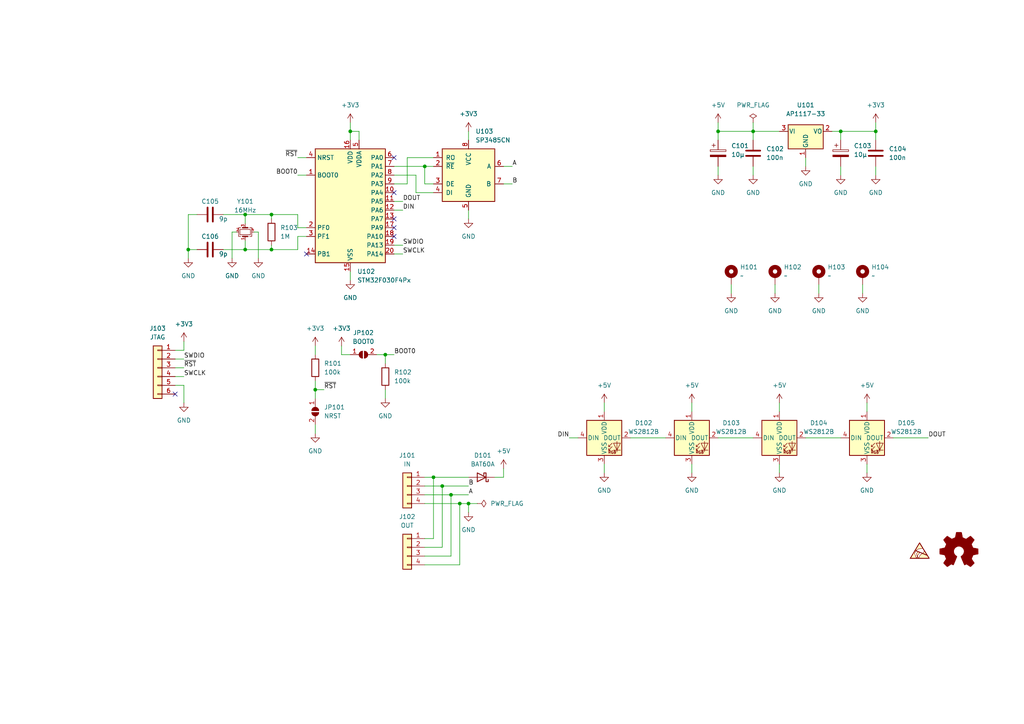
<source format=kicad_sch>
(kicad_sch (version 20211123) (generator eeschema)
  (paper "A4")
  (title_block (title "LEDcube") (date "2022-05-22") (rev "v0.1") (company "Benedikt Spranger") (comment 1 "SPDX-License-Identifier: CERN-OHL-S-2.0") (comment 2 "https://ohwr.org/cern_ohl_s_v2.txt") (comment 3 "To view a copy of this license, visit") (comment 4 "This work is licensed under the CERN-OHL-S v2"))
  (lib_symbols
    (symbol "Connector_Generic:Conn_01x04" (pin_names (offset 1.016) hide)
      (property "Reference" "J" (at 0 5.08 0))
      (property "Value" "Conn_01x04" (at 0 -7.62 0))
      (symbol "Conn_01x04_1_1"
        (rectangle (start -1.27 -4.953) (end 0 -5.207) (stroke (width 0.1524)))
        (rectangle (start -1.27 -2.413) (end 0 -2.667) (stroke (width 0.1524)))
        (rectangle (start -1.27 0.127) (end 0 -0.127) (stroke (width 0.1524)))
        (rectangle (start -1.27 2.667) (end 0 2.413) (stroke (width 0.1524)))
        (rectangle (start -1.27 3.81) (end 1.27 -6.35) (stroke (width 0.254)) (fill (type background)))
        (pin passive line (at -5.08 2.54 0) (length 3.81) (name "Pin_1") (number "1"))
        (pin passive line (at -5.08 0 0) (length 3.81) (name "Pin_2") (number "2"))
        (pin passive line (at -5.08 -2.54 0) (length 3.81) (name "Pin_3") (number "3"))
        (pin passive line (at -5.08 -5.08 0) (length 3.81) (name "Pin_4") (number "4"))
      )
    )
    (symbol "Connector_Generic:Conn_01x06" (pin_names (offset 1.016) hide)
      (property "Reference" "J" (at 0 7.62 0))
      (property "Value" "Conn_01x06" (at 0 -10.16 0))
      (symbol "Conn_01x06_1_1"
        (rectangle (start -1.27 -7.493) (end 0 -7.747) (stroke (width 0.1524)))
        (rectangle (start -1.27 -4.953) (end 0 -5.207) (stroke (width 0.1524)))
        (rectangle (start -1.27 -2.413) (end 0 -2.667) (stroke (width 0.1524)))
        (rectangle (start -1.27 0.127) (end 0 -0.127) (stroke (width 0.1524)))
        (rectangle (start -1.27 2.667) (end 0 2.413) (stroke (width 0.1524)))
        (rectangle (start -1.27 5.207) (end 0 4.953) (stroke (width 0.1524)))
        (rectangle (start -1.27 6.35) (end 1.27 -8.89) (stroke (width 0.254)) (fill (type background)))
        (pin passive line (at -5.08 5.08 0) (length 3.81) (name "Pin_1") (number "1"))
        (pin passive line (at -5.08 2.54 0) (length 3.81) (name "Pin_2") (number "2"))
        (pin passive line (at -5.08 0 0) (length 3.81) (name "Pin_3") (number "3"))
        (pin passive line (at -5.08 -2.54 0) (length 3.81) (name "Pin_4") (number "4"))
        (pin passive line (at -5.08 -5.08 0) (length 3.81) (name "Pin_5") (number "5"))
        (pin passive line (at -5.08 -7.62 0) (length 3.81) (name "Pin_6") (number "6"))
      )
    )
    (symbol "Device:C" (pin_numbers hide) (pin_names (offset 0.254))
      (property "Reference" "C" (at 0.635 2.54 0))
      (property "Value" "C" (at 0.635 -2.54 0))
      (symbol "C_0_1"
        (polyline (pts (xy -2.032 -0.762) (xy 2.032 -0.762)) (stroke (width 0.508)))
        (polyline (pts (xy -2.032 0.762) (xy 2.032 0.762)) (stroke (width 0.508)))
      )
      (symbol "C_1_1"
        (pin passive line (at 0 3.81 270) (length 2.794) (name "~") (number "1"))
        (pin passive line (at 0 -3.81 90) (length 2.794) (name "~") (number "2"))
      )
    )
    (symbol "Device:C_Polarized" (pin_numbers hide) (pin_names (offset 0.254))
      (property "Reference" "C" (at 0.635 2.54 0))
      (property "Value" "C_Polarized" (at 0.635 -2.54 0))
      (symbol "C_Polarized_0_1"
        (rectangle (start -2.286 0.508) (end 2.286 1.016))
        (polyline (pts (xy -1.778 2.286) (xy -0.762 2.286)))
        (polyline (pts (xy -1.27 2.794) (xy -1.27 1.778)))
        (rectangle (start 2.286 -0.508) (end -2.286 -1.016) (fill (type outline)))
      )
      (symbol "C_Polarized_1_1"
        (pin passive line (at 0 3.81 270) (length 2.794) (name "~") (number "1"))
        (pin passive line (at 0 -3.81 90) (length 2.794) (name "~") (number "2"))
      )
    )
    (symbol "Device:Crystal_GND24_Small" (pin_names (offset 1.016) hide)
      (property "Reference" "Y" (at 1.27 4.445 0))
      (property "Value" "Crystal_GND24_Small" (at 1.27 2.54 0))
      (symbol "Crystal_GND24_Small_0_1"
        (rectangle (start -0.762 -1.524) (end 0.762 1.524))
        (polyline (pts (xy -1.27 -0.762) (xy -1.27 0.762)) (stroke (width 0.381)))
        (polyline (pts (xy 1.27 -0.762) (xy 1.27 0.762)) (stroke (width 0.381)))
        (polyline (pts (xy -1.27 -1.27) (xy -1.27 -1.905) (xy 1.27 -1.905) (xy 1.27 -1.27)))
        (polyline (pts (xy -1.27 1.27) (xy -1.27 1.905) (xy 1.27 1.905) (xy 1.27 1.27)))
      )
      (symbol "Crystal_GND24_Small_1_1"
        (pin passive line (at -2.54 0 0) (length 1.27) (name "1") (number "1"))
        (pin passive line (at 0 -2.54 90) (length 0.635) (name "2") (number "2"))
        (pin passive line (at 2.54 0 180) (length 1.27) (name "3") (number "3"))
        (pin passive line (at 0 2.54 270) (length 0.635) (name "4") (number "4"))
      )
    )
    (symbol "Device:R" (pin_numbers hide) (pin_names (offset 0))
      (property "Reference" "R" (at 2.032 0 90))
      (property "Value" "R" (at 0 0 90))
      (symbol "R_0_1"
        (rectangle (start -1.016 -2.54) (end 1.016 2.54) (stroke (width 0.254)))
      )
      (symbol "R_1_1"
        (pin passive line (at 0 3.81 270) (length 1.27) (name "~") (number "1"))
        (pin passive line (at 0 -3.81 90) (length 1.27) (name "~") (number "2"))
      )
    )
    (symbol "Diode:BAT60A" (pin_numbers hide) (pin_names (offset 1.016) hide)
      (property "Reference" "D" (at 0 2.54 0))
      (property "Value" "BAT60A" (at 0 -2.54 0))
      (symbol "BAT60A_0_1"
        (polyline (pts (xy 1.27 0) (xy -1.27 0)))
        (polyline (pts (xy 1.27 1.27) (xy 1.27 -1.27) (xy -1.27 0) (xy 1.27 1.27)) (stroke (width 0.254)))
        (polyline (pts (xy -1.905 0.635) (xy -1.905 1.27) (xy -1.27 1.27) (xy -1.27 -1.27) (xy -0.635 -1.27) (xy -0.635 -0.635)) (stroke (width 0.254)))
      )
      (symbol "BAT60A_1_1"
        (pin passive line (at -3.81 0 0) (length 2.54) (name "K") (number "1"))
        (pin passive line (at 3.81 0 180) (length 2.54) (name "A") (number "2"))
      )
    )
    (symbol "Graphic:Logo_Open_Hardware_Small" (pin_names (offset 1.016))
      (symbol "Logo_Open_Hardware_Small_0_1"
        (polyline (pts (xy 3.3528 -4.3434) (xy 3.302 -4.318) (xy 3.175 -4.2418) (xy 2.9972 -4.1148) (xy 2.7686 -3.9624) (xy 2.54 -3.81) (xy 2.3622 -3.7084) (xy 2.2352 -3.6068) (xy 2.1844 -3.5814) (xy 2.159 -3.6068) (xy 2.0574 -3.6576) (xy 1.905 -3.7338) (xy 1.8034 -3.7846) (xy 1.6764 -3.8354) (xy 1.6002 -3.8354) (xy 1.6002 -3.8354) (xy 1.5494 -3.7338) (xy 1.4732 -3.5306) (xy 1.3462 -3.302) (xy 1.2446 -3.0226) (xy 1.1176 -2.7178) (xy 0.9652 -2.413) (xy 0.8636 -2.1082) (xy 0.7366 -1.8288) (xy 0.6604 -1.6256) (xy 0.6096 -1.4732) (xy 0.5842 -1.397) (xy 0.5842 -1.397) (xy 0.6604 -1.3208) (xy 0.7874 -1.2446) (xy 1.0414 -1.016) (xy 1.2954 -0.6858) (xy 1.4478 -0.3302) (xy 1.524 0.0762) (xy 1.4732 0.4572) (xy 1.3208 0.8128) (xy 1.0668 1.143) (xy 0.762 1.3716) (xy 0.4064 1.524) (xy 0 1.5748) (xy -0.381 1.5494) (xy -0.7366 1.397) (xy -1.0668 1.143) (xy -1.2192 0.9906) (xy -1.397 0.6604) (xy -1.524 0.3048) (xy -1.524 0.2286) (xy -1.4986 -0.1778) (xy -1.397 -0.5334) (xy -1.1938 -0.8636) (xy -0.9144 -1.143) (xy -0.8636 -1.1684) (xy -0.7366 -1.27) (xy -0.635 -1.3462) (xy -0.5842 -1.397) (xy -1.0668 -2.5908) (xy -1.143 -2.794) (xy -1.2954 -3.1242) (xy -1.397 -3.4036) (xy -1.4986 -3.6322) (xy -1.5748 -3.7846) (xy -1.6002 -3.8354) (xy -1.6002 -3.8354) (xy -1.651 -3.8354) (xy -1.7272 -3.81) (xy -1.905 -3.7338) (xy -2.0066 -3.683) (xy -2.1336 -3.6068) (xy -2.2098 -3.5814) (xy -2.2606 -3.6068) (xy -2.3622 -3.683) (xy -2.54 -3.81) (xy -2.7686 -3.9624) (xy -2.9718 -4.0894) (xy -3.1496 -4.2164) (xy -3.302 -4.318) (xy -3.3528 -4.3434) (xy -3.3782 -4.3434) (xy -3.429 -4.318) (xy -3.5306 -4.2164) (xy -3.7084 -4.064) (xy -3.937 -3.8354) (xy -3.9624 -3.81) (xy -4.1656 -3.6068) (xy -4.318 -3.4544) (xy -4.4196 -3.3274) (xy -4.445 -3.2766) (xy -4.445 -3.2766) (xy -4.4196 -3.2258) (xy -4.318 -3.0734) (xy -4.2164 -2.8956) (xy -4.064 -2.667) (xy -3.6576 -2.0828) (xy -3.8862 -1.5494) (xy -3.937 -1.3716) (xy -4.0386 -1.1684) (xy -4.0894 -1.0414) (xy -4.1148 -0.9652) (xy -4.191 -0.9398) (xy -4.318 -0.9144) (xy -4.5466 -0.8636) (xy -4.8006 -0.8128) (xy -5.0546 -0.7874) (xy -5.2578 -0.7366) (xy -5.4356 -0.7112) (xy -5.5118 -0.6858) (xy -5.5118 -0.6858) (xy -5.5372 -0.635) (xy -5.5372 -0.5588) (xy -5.5372 -0.4318) (xy -5.5626 -0.2286) (xy -5.5626 0.0762) (xy -5.5626 0.127) (xy -5.5372 0.4064) (xy -5.5372 0.635) (xy -5.5372 0.762) (xy -5.5372 0.8382) (xy -5.5372 0.8382) (xy -5.461 0.8382) (xy -5.3086 0.889) (xy -5.08 0.9144) (xy -4.826 0.9652) (xy -4.8006 0.9906) (xy -4.5466 1.0414) (xy -4.318 1.0668) (xy -4.1656 1.1176) (xy -4.0894 1.143) (xy -4.0894 1.143) (xy -4.0386 1.2446) (xy -3.9624 1.4224) (xy -3.8608 1.6256) (xy -3.7846 1.8288) (xy -3.7084 2.0066) (xy -3.6576 2.159) (xy -3.6322 2.2098) (xy -3.6322 2.2098) (xy -3.683 2.286) (xy -3.7592 2.413) (xy -3.8862 2.5908) (xy -4.064 2.8194) (xy -4.064 2.8448) (xy -4.2164 3.0734) (xy -4.3434 3.2512) (xy -4.4196 3.3782) (xy -4.445 3.4544) (xy -4.445 3.4544) (xy -4.3942 3.5052) (xy -4.2926 3.6322) (xy -4.1148 3.81) (xy -3.937 4.0132) (xy -3.8608 4.064) (xy -3.6576 4.2926) (xy -3.5052 4.4196) (xy -3.4036 4.4958) (xy -3.3528 4.5212) (xy -3.3528 4.5212) (xy -3.302 4.4704) (xy -3.1496 4.3688) (xy -2.9718 4.2418) (xy -2.7432 4.0894) (xy -2.7178 4.0894) (xy -2.4892 3.937) (xy -2.3114 3.81) (xy -2.1844 3.7084) (xy -2.1336 3.683) (xy -2.1082 3.683) (xy -2.032 3.7084) (xy -1.8542 3.7592) (xy -1.6764 3.8354) (xy -1.4732 3.937) (xy -1.27 4.0132) (xy -1.143 4.064) (xy -1.0668 4.1148) (xy -1.0668 4.1148) (xy -1.0414 4.191) (xy -1.016 4.3434) (xy -0.9652 4.572) (xy -0.9144 4.8514) (xy -0.889 4.9022) (xy -0.8382 5.1562) (xy -0.8128 5.3848) (xy -0.7874 5.5372) (xy -0.762 5.588) (xy -0.7112 5.6134) (xy -0.5842 5.6134) (xy -0.4064 5.6134) (xy -0.1524 5.6134) (xy 0.0762 5.6134) (xy 0.3302 5.6134) (xy 0.5334 5.6134) (xy 0.6858 5.588) (xy 0.7366 5.588) (xy 0.7366 5.588) (xy 0.762 5.5118) (xy 0.8128 5.334) (xy 0.8382 5.1054) (xy 0.9144 4.826) (xy 0.9144 4.7752) (xy 0.9652 4.5212) (xy 1.016 4.2926) (xy 1.0414 4.1402) (xy 1.0668 4.0894) (xy 1.0668 4.0894) (xy 1.1938 4.0386) (xy 1.3716 3.9624) (xy 1.5748 3.8608) (xy 2.0828 3.6576) (xy 2.7178 4.0894) (xy 2.7686 4.1402) (xy 2.9972 4.2926) (xy 3.175 4.4196) (xy 3.302 4.4958) (xy 3.3782 4.5212) (xy 3.3782 4.5212) (xy 3.429 4.4704) (xy 3.556 4.3434) (xy 3.7338 4.191) (xy 3.9116 3.9878) (xy 4.064 3.8354) (xy 4.2418 3.6576) (xy 4.3434 3.556) (xy 4.4196 3.4798) (xy 4.4196 3.429) (xy 4.4196 3.4036) (xy 4.3942 3.3274) (xy 4.2926 3.2004) (xy 4.1656 2.9972) (xy 4.0132 2.794) (xy 3.8862 2.5908) (xy 3.7592 2.3876) (xy 3.6576 2.2352) (xy 3.6322 2.159) (xy 3.6322 2.1336) (xy 3.683 2.0066) (xy 3.7592 1.8288) (xy 3.8608 1.6002) (xy 4.064 1.1176) (xy 4.3942 1.0414) (xy 4.5974 1.016) (xy 4.8768 0.9652) (xy 5.1308 0.9144) (xy 5.5372 0.8382) (xy 5.5626 -0.6604) (xy 5.4864 -0.6858) (xy 5.4356 -0.6858) (xy 5.2832 -0.7366) (xy 5.0546 -0.762) (xy 4.8006 -0.8128) (xy 4.5974 -0.8636) (xy 4.3688 -0.9144) (xy 4.2164 -0.9398) (xy 4.1402 -0.9398) (xy 4.1148 -0.9652) (xy 4.064 -1.0668) (xy 3.9878 -1.2446) (xy 3.9116 -1.4478) (xy 3.81 -1.651) (xy 3.7338 -1.8542) (xy 3.683 -2.0066) (xy 3.6576 -2.0828) (xy 3.683 -2.1336) (xy 3.7846 -2.2606) (xy 3.8862 -2.4638) (xy 4.0386 -2.667) (xy 4.191 -2.8956) (xy 4.318 -3.0734) (xy 4.3942 -3.2004) (xy 4.445 -3.2766) (xy 4.4196 -3.3274) (xy 4.3434 -3.429) (xy 4.1656 -3.5814) (xy 3.937 -3.8354) (xy 3.8862 -3.8608) (xy 3.683 -4.064) (xy 3.5306 -4.2164) (xy 3.4036 -4.318) (xy 3.3528 -4.3434)) (fill (type outline)))
      )
    )
    (symbol "Graphic:SYM_ESD_Small" (pin_names (offset 1.016))
      (symbol "SYM_ESD_Small_0_0"
        (polyline (pts (xy -1.27 0.381) (xy 2.159 -1.016)) (stroke (width 0.254)))
        (polyline (pts (xy -2.667 -1.905) (xy 2.794 -1.905) (xy 0 2.54) (xy -2.667 -1.905)) (stroke (width 0.254)))
        (polyline (pts (xy 2.7432 -1.905) (xy 2.7178 -1.8796) (xy 2.6162 -1.6764) (xy 2.5654 -1.6002) (xy 2.4892 -1.4986) (xy 2.4384 -1.3716) (xy 1.7526 -0.2286) (xy 1.7018 -0.127) (xy 1.6256 -0.0508) (xy 1.6002 0.0508) (xy 1.5494 0.1016) (xy 1.4986 0.2032) (xy 1.4732 0.2286) (xy 1.4732 0.2032) (xy 1.4478 0.2032) (xy 1.3208 0.0762) (xy 1.2954 0.0254) (xy 1.2954 -0.0254) (xy 1.27 -0.0762) (xy 1.2446 -0.1524) (xy 1.143 -0.254) (xy 1.0922 -0.3302) (xy 1.0414 -0.3556) (xy 0.9144 -0.4826) (xy 0.762 -0.5842) (xy 0.6604 -0.6604) (xy 0.508 -0.762) (xy 0.4572 -0.8128) (xy 0.3556 -0.8636) (xy 0.3048 -0.9144) (xy 0.2286 -0.9652) (xy 0.0762 -1.1938) (xy 0.0254 -1.2954) (xy -0.0254 -1.4224) (xy -0.0508 -1.4986) (xy -0.1016 -1.5748) (xy -0.127 -1.651) (xy -0.1778 -1.6764) (xy -0.2032 -1.7272) (xy -0.254 -1.7526) (xy -0.4064 -1.7526) (xy -0.4064 -1.7272) (xy -0.4572 -1.7018) (xy -0.4826 -1.6256) (xy -0.508 -1.524) (xy -0.508 -1.0922) (xy -0.4572 -0.889) (xy -0.4064 -0.8128) (xy -0.254 -0.6604) (xy -0.2032 -0.5842) (xy -0.127 -0.5334) (xy -0.1016 -0.4826) (xy -0.0762 -0.4064) (xy -0.0508 -0.3556) (xy -0.0254 -0.3302) (xy -0.0254 -0.2794) (xy 0 -0.2286) (xy -0.0762 -0.1524) (xy -0.127 -0.127) (xy -0.1524 -0.0762) (xy -0.2032 -0.0508) (xy -0.2286 -0.0254) (xy -0.254 -0.0254) (xy -0.3048 -0.0762) (xy -0.3556 -0.1016) (xy -0.4318 -0.127) (xy -0.4826 -0.1524) (xy -0.5588 -0.2286) (xy -0.6096 -0.254) (xy -0.8382 -0.4826) (xy -0.8128 -0.5588) (xy -0.7874 -0.5842) (xy -0.7874 -0.8636) (xy -0.8128 -0.889) (xy -0.8128 -0.9652) (xy -0.762 -1.016) (xy -0.762 -1.0414) (xy -0.6604 -1.2954) (xy -0.6604 -1.5748) (xy -0.6858 -1.6002) (xy -0.6858 -1.6256) (xy -0.7366 -1.7018) (xy -0.8382 -1.7526) (xy -0.9144 -1.7526) (xy -0.9398 -1.7272) (xy -0.9652 -1.6764) (xy -1.016 -1.6002) (xy -1.0414 -1.524) (xy -1.143 -1.27) (xy -1.2192 -1.0414) (xy -1.27 -0.9652) (xy -1.2954 -0.889) (xy -1.3208 -0.8382) (xy -1.3208 -0.8128) (xy -1.3716 -0.7112) (xy -1.397 -0.5842) (xy -1.397 -0.4826) (xy -1.3716 -0.381) (xy -1.3208 -0.254) (xy -1.2954 -0.2032) (xy -1.1938 -0.0508) (xy -1.0414 0.1524) (xy -0.9906 0.2032) (xy -0.9652 0.254) (xy -0.9144 0.3302) (xy -0.889 0.381) (xy -0.8636 0.381) (xy -0.8128 0.508) (xy -0.6096 0.7112) (xy -0.5334 0.7366) (xy -0.508 0.762) (xy -0.4318 0.762) (xy -0.3556 0.7874) (xy -0.2286 0.8128) (xy -0.1016 0.8128) (xy 0.0508 0.8382) (xy 0.2032 0.8382) (xy 0.3048 0.8636) (xy 0.4826 0.8636) (xy 0.5334 0.889) (xy 0.5842 0.889) (xy 0.6858 0.9398) (xy 0.7112 0.9652) (xy 0.762 0.9906) (xy 0.8128 1.0414) (xy 0.8636 1.0668) (xy 0.889 1.1176) (xy 0.9144 1.143) (xy 0.9144 1.1938) (xy 0.889 1.2192) (xy 0.8636 1.27) (xy 0.8128 1.3462) (xy 0.7112 1.5494) (xy 0.635 1.651) (xy 0.5842 1.7526) (xy 0.508 1.8796) (xy 0.4572 1.9558) (xy 0.381 2.0828) (xy 0.3048 2.1844) (xy 0.254 2.286) (xy 0.2032 2.3622) (xy 0.1778 2.4384) (xy 0.1016 2.5146) (xy 0.1016 2.54) (xy 0.0762 2.5654) (xy 0.0762 2.5908) (xy 0.0254 2.5908) (xy 0.0254 2.5654) (xy -0.0254 2.5146) (xy -0.1016 2.3622) (xy -0.254 2.1336) (xy -0.3048 2.032) (xy -0.4572 1.778) (xy -0.5588 1.6256) (xy -0.762 1.27) (xy -0.889 1.0668) (xy -1.016 0.8382) (xy -1.1684 0.6096) (xy -1.3208 0.3302) (xy -1.397 0.2032) (xy -1.524 -0.0254) (xy -1.778 -0.4318) (xy -1.8796 -0.635) (xy -2.0066 -0.8128) (xy -2.1082 -0.9906) (xy -2.2098 -1.143) (xy -2.286 -1.2954) (xy -2.4384 -1.5494) (xy -2.4892 -1.651) (xy -2.5654 -1.7526) (xy -2.5908 -1.8288) (xy -2.6162 -1.8796) (xy -2.6416 -1.905) (xy -2.6416 -1.9304) (xy 2.7432 -1.9304) (xy 2.7432 -1.905)) (stroke (width 0.127)) (fill (type background)))
      )
    )
    (symbol "Interface_UART:SP3485CN" (pin_names (offset 1.016))
      (property "Reference" "U" (at -7.62 8.89 0))
      (property "Value" "SP3485CN" (at 2.54 8.89 0))
      (symbol "SP3485CN_0_1"
        (rectangle (start -7.62 7.62) (end 7.62 -7.62) (stroke (width 0.254)) (fill (type background)))
      )
      (symbol "SP3485CN_1_1"
        (pin output line (at -10.16 5.08 0) (length 2.54) (name "RO") (number "1"))
        (pin input line (at -10.16 2.54 0) (length 2.54) (name "~{RE}") (number "2"))
        (pin input line (at -10.16 -2.54 0) (length 2.54) (name "DE") (number "3"))
        (pin input line (at -10.16 -5.08 0) (length 2.54) (name "DI") (number "4"))
        (pin power_in line (at 0 -10.16 90) (length 2.54) (name "GND") (number "5"))
        (pin bidirectional line (at 10.16 2.54 180) (length 2.54) (name "A") (number "6"))
        (pin bidirectional line (at 10.16 -2.54 180) (length 2.54) (name "B") (number "7"))
        (pin power_in line (at 0 10.16 270) (length 2.54) (name "VCC") (number "8"))
      )
    )
    (symbol "Jumper:SolderJumper_2_Open" (pin_names (offset 0) hide)
      (property "Reference" "JP" (at 0 2.032 0))
      (property "Value" "SolderJumper_2_Open" (at 0 -2.54 0))
      (symbol "SolderJumper_2_Open_0_1"
        (arc (start -0.254 1.016) (mid -1.27 0) (end -0.254 -1.016))
        (arc (start -0.254 1.016) (mid -1.27 0) (end -0.254 -1.016) (fill (type outline)))
        (polyline (pts (xy -0.254 1.016) (xy -0.254 -1.016)))
        (polyline (pts (xy 0.254 1.016) (xy 0.254 -1.016)))
        (arc (start 0.254 -1.016) (mid 1.27 0) (end 0.254 1.016))
        (arc (start 0.254 -1.016) (mid 1.27 0) (end 0.254 1.016) (fill (type outline)))
      )
      (symbol "SolderJumper_2_Open_1_1"
        (pin passive line (at -3.81 0 0) (length 2.54) (name "A") (number "1"))
        (pin passive line (at 3.81 0 180) (length 2.54) (name "B") (number "2"))
      )
    )
    (symbol "LED:WS2812B" (pin_names (offset 0.254))
      (property "Reference" "D" (at 5.08 5.715 0))
      (property "Value" "WS2812B" (at 1.27 -5.715 0))
      (symbol "WS2812B_0_0"
        (text "RGB" (at 2.286 -4.191 0) (effects (font (size 0.762 0.762))))
      )
      (symbol "WS2812B_0_1"
        (polyline (pts (xy 1.27 -3.556) (xy 1.778 -3.556)))
        (polyline (pts (xy 1.27 -2.54) (xy 1.778 -2.54)))
        (polyline (pts (xy 4.699 -3.556) (xy 2.667 -3.556)))
        (polyline (pts (xy 2.286 -2.54) (xy 1.27 -3.556) (xy 1.27 -3.048)))
        (polyline (pts (xy 2.286 -1.524) (xy 1.27 -2.54) (xy 1.27 -2.032)))
        (polyline (pts (xy 3.683 -1.016) (xy 3.683 -3.556) (xy 3.683 -4.064)))
        (polyline (pts (xy 4.699 -1.524) (xy 2.667 -1.524) (xy 3.683 -3.556) (xy 4.699 -1.524)))
        (rectangle (start 5.08 5.08) (end -5.08 -5.08) (stroke (width 0.254)) (fill (type background)))
      )
      (symbol "WS2812B_1_1"
        (pin power_in line (at 0 7.62 270) (length 2.54) (name "VDD") (number "1"))
        (pin output line (at 7.62 0 180) (length 2.54) (name "DOUT") (number "2"))
        (pin power_in line (at 0 -7.62 90) (length 2.54) (name "VSS") (number "3"))
        (pin input line (at -7.62 0 0) (length 2.54) (name "DIN") (number "4"))
      )
    )
    (symbol "MCU_ST_STM32F0:STM32F030F4Px"
      (property "Reference" "U" (at -10.16 16.51 0))
      (property "Value" "STM32F030F4Px" (at 5.08 16.51 0))
      (symbol "STM32F030F4Px_0_1"
        (rectangle (start -10.16 -17.78) (end 10.16 15.24) (stroke (width 0.254)) (fill (type background)))
      )
      (symbol "STM32F030F4Px_1_1"
        (pin input line (at -12.7 7.62 0) (length 2.54) (name "BOOT0") (number "1"))
        (pin bidirectional line (at 12.7 2.54 180) (length 2.54) (name "PA4") (number "10"))
        (pin bidirectional line (at 12.7 0 180) (length 2.54) (name "PA5") (number "11"))
        (pin bidirectional line (at 12.7 -2.54 180) (length 2.54) (name "PA6") (number "12"))
        (pin bidirectional line (at 12.7 -5.08 180) (length 2.54) (name "PA7") (number "13"))
        (pin bidirectional line (at -12.7 -15.24 0) (length 2.54) (name "PB1") (number "14"))
        (pin power_in line (at 0 -20.32 90) (length 2.54) (name "VSS") (number "15"))
        (pin power_in line (at 0 17.78 270) (length 2.54) (name "VDD") (number "16"))
        (pin bidirectional line (at 12.7 -7.62 180) (length 2.54) (name "PA9") (number "17"))
        (pin bidirectional line (at 12.7 -10.16 180) (length 2.54) (name "PA10") (number "18"))
        (pin bidirectional line (at 12.7 -12.7 180) (length 2.54) (name "PA13") (number "19"))
        (pin input line (at -12.7 -7.62 0) (length 2.54) (name "PF0") (number "2"))
        (pin bidirectional line (at 12.7 -15.24 180) (length 2.54) (name "PA14") (number "20"))
        (pin input line (at -12.7 -10.16 0) (length 2.54) (name "PF1") (number "3"))
        (pin input line (at -12.7 12.7 0) (length 2.54) (name "NRST") (number "4"))
        (pin power_in line (at 2.54 17.78 270) (length 2.54) (name "VDDA") (number "5"))
        (pin bidirectional line (at 12.7 12.7 180) (length 2.54) (name "PA0") (number "6"))
        (pin bidirectional line (at 12.7 10.16 180) (length 2.54) (name "PA1") (number "7"))
        (pin bidirectional line (at 12.7 7.62 180) (length 2.54) (name "PA2") (number "8"))
        (pin bidirectional line (at 12.7 5.08 180) (length 2.54) (name "PA3") (number "9"))
      )
    )
    (symbol "Mechanical:MountingHole_Pad" (pin_numbers hide) (pin_names (offset 1.016) hide)
      (property "Reference" "H" (at 0 6.35 0))
      (property "Value" "MountingHole_Pad" (at 0 4.445 0))
      (symbol "MountingHole_Pad_0_1"
        (circle (center 0 1.27) (radius 1.27) (stroke (width 1.27)))
      )
      (symbol "MountingHole_Pad_1_1"
        (pin input line (at 0 -2.54 90) (length 2.54) (name "1") (number "1"))
      )
    )
    (symbol "Regulator_Linear:AP1117-33" (pin_names (offset 0.254))
      (property "Reference" "U" (at -3.81 3.175 0))
      (property "Value" "AP1117-33" (at 0 3.175 0))
      (symbol "AP1117-33_0_1"
        (rectangle (start -5.08 -5.08) (end 5.08 1.905) (stroke (width 0.254)) (fill (type background)))
      )
      (symbol "AP1117-33_1_1"
        (pin power_in line (at 0 -7.62 90) (length 2.54) (name "GND") (number "1"))
        (pin power_out line (at 7.62 0 180) (length 2.54) (name "VO") (number "2"))
        (pin power_in line (at -7.62 0 0) (length 2.54) (name "VI") (number "3"))
      )
    )
    (symbol "power:+3V3" (power) (pin_names (offset 0))
      (property "Value" "+3V3" (at 0 3.556 0))
      (symbol "+3V3_0_1"
        (polyline (pts (xy -0.762 1.27) (xy 0 2.54)))
        (polyline (pts (xy 0 0) (xy 0 2.54)))
        (polyline (pts (xy 0 2.54) (xy 0.762 1.27)))
      )
      (symbol "+3V3_1_1"
        (pin power_in line (at 0 0 90) (length 0) hide (name "+3V3") (number "1"))
      )
    )
    (symbol "power:+5V" (power) (pin_names (offset 0))
      (property "Value" "+5V" (at 0 3.556 0))
      (symbol "+5V_0_1"
        (polyline (pts (xy -0.762 1.27) (xy 0 2.54)))
        (polyline (pts (xy 0 0) (xy 0 2.54)))
        (polyline (pts (xy 0 2.54) (xy 0.762 1.27)))
      )
      (symbol "+5V_1_1"
        (pin power_in line (at 0 0 90) (length 0) hide (name "+5V") (number "1"))
      )
    )
    (symbol "power:GND" (power) (pin_names (offset 0))
      (property "Value" "GND" (at 0 -3.81 0))
      (symbol "GND_0_1"
        (polyline (pts (xy 0 0) (xy 0 -1.27) (xy 1.27 -1.27) (xy 0 -2.54) (xy -1.27 -1.27) (xy 0 -1.27)))
      )
      (symbol "GND_1_1"
        (pin power_in line (at 0 0 270) (length 0) hide (name "GND") (number "1"))
      )
    )
    (symbol "power:PWR_FLAG" (power) (pin_numbers hide) (pin_names (offset 0) hide)
      (property "Value" "PWR_FLAG" (at 0 3.81 0))
      (symbol "PWR_FLAG_0_0"
        (pin power_out line (at 0 0 90) (length 0) (name "pwr") (number "1"))
      )
      (symbol "PWR_FLAG_0_1"
        (polyline (pts (xy 0 0) (xy 0 1.27) (xy -1.016 1.905) (xy 0 2.54) (xy 1.016 1.905) (xy 0 1.27)))
      )
    )
  )
  (junction (at 218.44 38.1))
  (junction (at 71.12 62.23))
  (junction (at 128.27 140.97))
  (junction (at 135.89 146.05))
  (junction (at 254 38.1))
  (junction (at 91.44 113.03))
  (junction (at 133.35 146.05))
  (junction (at 101.6 38.1))
  (junction (at 130.81 143.51))
  (junction (at 111.76 102.87))
  (junction (at 71.12 72.39))
  (junction (at 54.61 72.39))
  (junction (at 123.19 48.26))
  (junction (at 243.84 38.1))
  (junction (at 78.74 72.39))
  (junction (at 78.74 62.23))
  (junction (at 208.28 38.1))
  (junction (at 125.73 138.43))
  (no_connect (at 114.3 45.72))
  (no_connect (at 88.9 73.66))
  (no_connect (at 114.3 55.88))
  (no_connect (at 114.3 63.5))
  (no_connect (at 114.3 66.04))
  (no_connect (at 114.3 68.58))
  (no_connect (at 50.8 114.3))
  (wire (pts (xy 111.76 113.03) (xy 111.76 115.57)))
  (wire (pts (xy 91.44 123.19) (xy 91.44 125.73)))
  (wire (pts (xy 109.22 102.87) (xy 111.76 102.87)))
  (wire (pts (xy 114.3 53.34) (xy 118.11 53.34)))
  (wire (pts (xy 111.76 102.87) (xy 111.76 105.41)))
  (wire (pts (xy 50.8 109.22) (xy 53.34 109.22)))
  (wire (pts (xy 50.8 106.68) (xy 53.34 106.68)))
  (wire (pts (xy 218.44 38.1) (xy 218.44 40.64)))
  (wire (pts (xy 218.44 35.56) (xy 218.44 38.1)))
  (wire (pts (xy 146.05 48.26) (xy 148.59 48.26)))
  (wire (pts (xy 64.77 72.39) (xy 71.12 72.39)))
  (wire (pts (xy 50.8 104.14) (xy 53.34 104.14)))
  (wire (pts (xy 251.46 134.62) (xy 251.46 137.16)))
  (wire (pts (xy 130.81 143.51) (xy 135.89 143.51)))
  (wire (pts (xy 104.14 38.1) (xy 101.6 38.1)))
  (wire (pts (xy 86.36 45.72) (xy 88.9 45.72)))
  (wire (pts (xy 250.19 82.55) (xy 250.19 85.09)))
  (wire (pts (xy 125.73 53.34) (xy 123.19 53.34)))
  (wire (pts (xy 120.65 55.88) (xy 120.65 50.8)))
  (wire (pts (xy 71.12 69.85) (xy 71.12 72.39)))
  (wire (pts (xy 123.19 146.05) (xy 133.35 146.05)))
  (wire (pts (xy 208.28 38.1) (xy 218.44 38.1)))
  (wire (pts (xy 74.93 67.31) (xy 74.93 74.93)))
  (wire (pts (xy 233.68 45.72) (xy 233.68 48.26)))
  (wire (pts (xy 114.3 71.12) (xy 116.84 71.12)))
  (wire (pts (xy 241.3 38.1) (xy 243.84 38.1)))
  (wire (pts (xy 208.28 38.1) (xy 208.28 40.64)))
  (wire (pts (xy 123.19 138.43) (xy 125.73 138.43)))
  (wire (pts (xy 254 38.1) (xy 254 40.64)))
  (wire (pts (xy 53.34 111.76) (xy 53.34 116.84)))
  (wire (pts (xy 212.09 82.55) (xy 212.09 85.09)))
  (wire (pts (xy 200.66 116.84) (xy 200.66 119.38)))
  (wire (pts (xy 254 48.26) (xy 254 50.8)))
  (wire (pts (xy 128.27 140.97) (xy 135.89 140.97)))
  (wire (pts (xy 123.19 143.51) (xy 130.81 143.51)))
  (wire (pts (xy 114.3 73.66) (xy 116.84 73.66)))
  (wire (pts (xy 78.74 71.12) (xy 78.74 72.39)))
  (wire (pts (xy 114.3 58.42) (xy 116.84 58.42)))
  (wire (pts (xy 208.28 35.56) (xy 208.28 38.1)))
  (wire (pts (xy 114.3 50.8) (xy 120.65 50.8)))
  (wire (pts (xy 114.3 60.96) (xy 116.84 60.96)))
  (wire (pts (xy 86.36 66.04) (xy 88.9 66.04)))
  (wire (pts (xy 133.35 146.05) (xy 135.89 146.05)))
  (wire (pts (xy 101.6 78.74) (xy 101.6 81.28)))
  (wire (pts (xy 143.51 138.43) (xy 146.05 138.43)))
  (wire (pts (xy 114.3 48.26) (xy 123.19 48.26)))
  (wire (pts (xy 130.81 161.29) (xy 130.81 143.51)))
  (wire (pts (xy 133.35 163.83) (xy 133.35 146.05)))
  (wire (pts (xy 243.84 38.1) (xy 243.84 40.64)))
  (wire (pts (xy 218.44 38.1) (xy 226.06 38.1)))
  (wire (pts (xy 175.26 116.84) (xy 175.26 119.38)))
  (wire (pts (xy 123.19 140.97) (xy 128.27 140.97)))
  (wire (pts (xy 175.26 134.62) (xy 175.26 137.16)))
  (wire (pts (xy 208.28 127) (xy 218.44 127)))
  (wire (pts (xy 135.89 38.1) (xy 135.89 40.64)))
  (wire (pts (xy 78.74 62.23) (xy 78.74 63.5)))
  (wire (pts (xy 146.05 138.43) (xy 146.05 135.89)))
  (wire (pts (xy 104.14 40.64) (xy 104.14 38.1)))
  (wire (pts (xy 86.36 50.8) (xy 88.9 50.8)))
  (wire (pts (xy 218.44 48.26) (xy 218.44 50.8)))
  (wire (pts (xy 101.6 38.1) (xy 101.6 40.64)))
  (wire (pts (xy 99.06 102.87) (xy 99.06 100.33)))
  (wire (pts (xy 111.76 102.87) (xy 114.3 102.87)))
  (wire (pts (xy 243.84 48.26) (xy 243.84 50.8)))
  (wire (pts (xy 123.19 161.29) (xy 130.81 161.29)))
  (wire (pts (xy 200.66 134.62) (xy 200.66 137.16)))
  (wire (pts (xy 101.6 35.56) (xy 101.6 38.1)))
  (wire (pts (xy 50.8 101.6) (xy 53.34 101.6)))
  (wire (pts (xy 135.89 60.96) (xy 135.89 63.5)))
  (wire (pts (xy 86.36 62.23) (xy 86.36 66.04)))
  (wire (pts (xy 71.12 62.23) (xy 78.74 62.23)))
  (wire (pts (xy 91.44 113.03) (xy 91.44 115.57)))
  (wire (pts (xy 123.19 163.83) (xy 133.35 163.83)))
  (wire (pts (xy 78.74 72.39) (xy 71.12 72.39)))
  (wire (pts (xy 118.11 45.72) (xy 125.73 45.72)))
  (wire (pts (xy 57.15 62.23) (xy 54.61 62.23)))
  (wire (pts (xy 128.27 158.75) (xy 128.27 140.97)))
  (wire (pts (xy 237.49 82.55) (xy 237.49 85.09)))
  (wire (pts (xy 226.06 116.84) (xy 226.06 119.38)))
  (wire (pts (xy 118.11 45.72) (xy 118.11 53.34)))
  (wire (pts (xy 91.44 110.49) (xy 91.44 113.03)))
  (wire (pts (xy 125.73 156.21) (xy 125.73 138.43)))
  (wire (pts (xy 254 35.56) (xy 254 38.1)))
  (wire (pts (xy 251.46 116.84) (xy 251.46 119.38)))
  (wire (pts (xy 226.06 134.62) (xy 226.06 137.16)))
  (wire (pts (xy 54.61 72.39) (xy 57.15 72.39)))
  (wire (pts (xy 125.73 138.43) (xy 135.89 138.43)))
  (wire (pts (xy 78.74 62.23) (xy 86.36 62.23)))
  (wire (pts (xy 224.79 82.55) (xy 224.79 85.09)))
  (wire (pts (xy 86.36 68.58) (xy 86.36 72.39)))
  (wire (pts (xy 54.61 72.39) (xy 54.61 74.93)))
  (wire (pts (xy 259.08 127) (xy 269.24 127)))
  (wire (pts (xy 135.89 146.05) (xy 135.89 148.59)))
  (wire (pts (xy 123.19 48.26) (xy 123.19 53.34)))
  (wire (pts (xy 243.84 38.1) (xy 254 38.1)))
  (wire (pts (xy 73.66 67.31) (xy 74.93 67.31)))
  (wire (pts (xy 165.1 127) (xy 167.64 127)))
  (wire (pts (xy 71.12 64.77) (xy 71.12 62.23)))
  (wire (pts (xy 123.19 156.21) (xy 125.73 156.21)))
  (wire (pts (xy 64.77 62.23) (xy 71.12 62.23)))
  (wire (pts (xy 233.68 127) (xy 243.84 127)))
  (wire (pts (xy 123.19 158.75) (xy 128.27 158.75)))
  (wire (pts (xy 146.05 53.34) (xy 148.59 53.34)))
  (wire (pts (xy 135.89 146.05) (xy 138.43 146.05)))
  (wire (pts (xy 208.28 48.26) (xy 208.28 50.8)))
  (wire (pts (xy 50.8 111.76) (xy 53.34 111.76)))
  (wire (pts (xy 101.6 102.87) (xy 99.06 102.87)))
  (wire (pts (xy 91.44 113.03) (xy 93.98 113.03)))
  (wire (pts (xy 182.88 127) (xy 193.04 127)))
  (wire (pts (xy 53.34 99.06) (xy 53.34 101.6)))
  (wire (pts (xy 54.61 62.23) (xy 54.61 72.39)))
  (wire (pts (xy 88.9 68.58) (xy 86.36 68.58)))
  (wire (pts (xy 91.44 100.33) (xy 91.44 102.87)))
  (wire (pts (xy 123.19 48.26) (xy 125.73 48.26)))
  (wire (pts (xy 86.36 72.39) (xy 78.74 72.39)))
  (wire (pts (xy 125.73 55.88) (xy 120.65 55.88)))
  (wire (pts (xy 67.31 67.31) (xy 68.58 67.31)))
  (wire (pts (xy 67.31 74.93) (xy 67.31 67.31)))
  (label "SWCLK" (at 53.34 109.22 0))
  (label "B" (at 135.89 140.97 0))
  (label "~{RST}" (at 93.98 113.03 0))
  (label "SWDIO" (at 116.84 71.12 0))
  (label "DOUT" (at 269.24 127 0))
  (label "DIN" (at 165.1 127 180))
  (label "~{RST}" (at 53.34 106.68 0))
  (label "~{RST}" (at 86.36 45.72 180))
  (label "B" (at 148.59 53.34 0))
  (label "SWDIO" (at 53.34 104.14 0))
  (label "BOOT0" (at 86.36 50.8 180))
  (label "SWCLK" (at 116.84 73.66 0))
  (label "A" (at 148.59 48.26 0))
  (label "BOOT0" (at 114.3 102.87 0))
  (label "DIN" (at 116.84 60.96 0))
  (label "A" (at 135.89 143.51 0))
  (label "DOUT" (at 116.84 58.42 0))
  (symbol (lib_id "Device:R") (at 78.74 67.31 0) (unit 1)
    (property "Reference" "R103" (at 81.28 66.0399 0) (effects (justify left)))
    (property "Value" "1M" (at 81.28 68.5799 0) (effects (justify left)))
    (property "Footprint" "Resistor_SMD:R_0402_1005Metric" (effects hide))
  )
  (symbol (lib_id "Regulator_Linear:AP1117-33") (at 233.68 38.1 0) (unit 1)
    (property "Reference" "U101" (at 233.68 30.48 0))
    (property "Value" "AP1117-33" (at 233.68 33.02 0))
    (property "Footprint" "Package_TO_SOT_SMD:SOT-223-3_TabPin2" (effects hide))
    (property "Datasheet" "http://www.diodes.com/datasheets/AP1117.pdf" (effects hide))
    (property "assemble" "y" (effects hide))
    (property "Distributor" "JLCPCB" (effects hide))
    (property "Description" "1A 60dB@(180Hz) 1.4V@(1A) Fixed 3.3V~3.3V Positive 1 18V SOT-223 Linear Voltage Regulators (LDO) ROHS" (effects hide))
    (property "DistribPart#" "C108785" (effects hide))
    (property "LCSC#" "C108785" (effects hide))
    (property "ManuPart#" "AP1117E33G-13" (effects hide))
    (property "Manufacture" "Diodes Incorporated" (effects hide))
  )
  (symbol (lib_id "power:GND") (at 251.46 137.16 0) (unit 1)
    (property "Reference" "#PWR0134" (effects hide))
    (property "Value" "GND" (at 251.46 142.24 0))
  )
  (symbol (lib_id "Device:C") (at 218.44 44.45 180) (unit 1)
    (property "Reference" "C102" (at 222.25 43.1799 0) (effects (justify right)))
    (property "Value" "100n" (at 222.25 45.7199 0) (effects (justify right)))
    (property "Footprint" "Capacitor_SMD:C_0402_1005Metric" (effects hide))
    (property "assemble" "y" (effects hide))
    (property "Distributor" "JLCPCB" (effects hide))
    (property "Description" "16V 100nF X7R ±10% 0402 Multilayer Ceramic Capacitors MLCC - SMD/SMT ROHS" (effects hide))
    (property "DistribPart#" "C1525" (effects hide))
    (property "LCSC#" "C1525" (effects hide))
    (property "ManuPart#" "CL05B104KO5NNNC" (effects hide))
    (property "Manufacture" "Samsung Electro-Mechanics" (effects hide))
  )
  (symbol (lib_id "power:GND") (at 111.76 115.57 0) (unit 1)
    (property "Reference" "#PWR0120" (effects hide))
    (property "Value" "GND" (at 111.76 120.65 0))
  )
  (symbol (lib_id "power:+5V") (at 146.05 135.89 0) (unit 1)
    (property "Reference" "#PWR0106" (effects hide))
    (property "Value" "+5V" (at 146.05 130.81 0))
  )
  (symbol (lib_id "Mechanical:MountingHole_Pad") (at 224.79 80.01 0) (unit 1)
    (property "Reference" "H102" (at 227.33 77.4699 0) (effects (justify left)))
    (property "Value" "~" (at 227.33 80.0099 0) (effects (justify left)))
    (property "Footprint" "MountingHole:MountingHole_3.2mm_M3_ISO14580_Pad" (effects hide))
    (property "assemble" "n" (effects hide))
  )
  (symbol (lib_id "power:GND") (at 250.19 85.09 0) (unit 1)
    (property "Reference" "#PWR0130" (effects hide))
    (property "Value" "GND" (at 250.19 90.17 0))
  )
  (symbol (lib_id "Device:C") (at 60.96 72.39 90) (unit 1)
    (property "Reference" "C106" (at 60.96 68.58 90))
    (property "Value" "9p" (at 64.77 73.66 90))
    (property "Footprint" "Capacitor_SMD:C_0402_1005Metric" (effects hide))
    (property "assemble" "y" (effects hide))
    (property "Distributor" "JLCPCB" (effects hide))
    (property "Description" "50V 10pF C0G ±5% 0402 Multilayer Ceramic Capacitors MLCC - SMD/SMT ROHS" (effects hide))
    (property "DistribPart#" "C32949" (effects hide))
    (property "LCSC#" "C32949" (effects hide))
    (property "ManuPart#" "CL05C100JB5NNNC" (effects hide))
    (property "Manufacture" "Samsung Electro-Mechanics" (effects hide))
  )
  (symbol (lib_id "Device:C_Polarized") (at 243.84 44.45 0) (unit 1)
    (property "Reference" "C103" (at 247.65 42.2909 0) (effects (justify left)))
    (property "Value" "10µ" (at 247.65 44.8309 0) (effects (justify left)))
    (property "Footprint" "Capacitor_Tantalum_SMD:CP_EIA-3216-18_Kemet-A" (effects hide))
    (property "assemble" "y" (effects hide))
    (property "Description" "10uF 16V 3Ω@100kHz -55℃~+125℃ ±10% CASE-A_3216 Tantalum Capacitors ROHS" (effects hide))
    (property "DistribPart#" "C7171" (effects hide))
    (property "Distributor" "JLCPCB" (effects hide))
    (property "LCSC#" "C7171" (effects hide))
    (property "ManuPart#" "TAJA106K016RNJ" (effects hide))
    (property "Manufacture" "AVX" (effects hide))
  )
  (symbol (lib_id "Device:R") (at 91.44 106.68 0) (unit 1)
    (property "Reference" "R101" (at 93.98 105.4099 0) (effects (justify left)))
    (property "Value" "100k" (at 93.98 107.9499 0) (effects (justify left)))
    (property "Footprint" "Resistor_SMD:R_0402_1005Metric" (effects hide))
    (property "assemble" "n" (effects hide))
  )
  (symbol (lib_id "Connector_Generic:Conn_01x04") (at 118.11 140.97 0) (mirror y) (unit 1)
    (property "Reference" "J101" (at 118.11 132.08 0))
    (property "Value" "IN" (at 118.11 134.62 0))
    (property "Footprint" "Connector_PinHeader_2.54mm:PinHeader_1x04_P2.54mm_Vertical" (effects hide))
    (property "assemble" "n" (effects hide))
  )
  (symbol (lib_id "LED:WS2812B") (at 226.06 127 0) (unit 1)
    (property "Reference" "D104" (at 237.49 122.6693 0))
    (property "Value" "WS2812B" (at 237.49 125.2093 0))
    (property "Footprint" "LED_SMD:LED_WS2812B_PLCC4_5.0x5.0mm_P3.2mm" (effects hide))
    (property "Datasheet" "https://cdn-shop.adafruit.com/datasheets/WS2812B.pdf" (effects hide))
    (property "assemble" "y" (effects hide))
    (property "Distributor" "JLCPCB" (effects hide))
    (property "Description" "12mA RGB SMD,5x5mm Light Emitting Diodes (LED) ROHS" (effects hide))
    (property "DistribPart#" "C2761795" (effects hide))
    (property "LCSC#" "C2761795" (effects hide))
    (property "ManuPart#" "WS2812B-B/W" (effects hide))
    (property "Manufacture" "Worldsemi" (effects hide))
  )
  (symbol (lib_id "power:GND") (at 101.6 81.28 0) (unit 1)
    (property "Reference" "#PWR0119" (effects hide))
    (property "Value" "GND" (at 101.6 86.36 0))
  )
  (symbol (lib_id "power:GND") (at 224.79 85.09 0) (unit 1)
    (property "Reference" "#PWR0126" (effects hide))
    (property "Value" "GND" (at 224.79 90.17 0))
  )
  (symbol (lib_id "power:+5V") (at 251.46 116.84 0) (unit 1)
    (property "Reference" "#PWR0133" (effects hide))
    (property "Value" "+5V" (at 251.46 111.76 0))
  )
  (symbol (lib_id "Device:R") (at 111.76 109.22 0) (unit 1)
    (property "Reference" "R102" (at 114.3 107.9499 0) (effects (justify left)))
    (property "Value" "100k" (at 114.3 110.4899 0) (effects (justify left)))
    (property "Footprint" "Resistor_SMD:R_0402_1005Metric" (effects hide))
    (property "assemble" "n" (effects hide))
  )
  (symbol (lib_id "power:+3V3") (at 101.6 35.56 0) (unit 1)
    (property "Reference" "#PWR0118" (effects hide))
    (property "Value" "+3V3" (at 101.6 30.48 0))
  )
  (symbol (lib_id "Diode:BAT60A") (at 139.7 138.43 180) (unit 1)
    (property "Reference" "D101" (at 140.0175 132.08 0))
    (property "Value" "BAT60A" (at 140.0175 134.62 0))
    (property "Footprint" "Diode_SMD:D_SOD-323" (effects hide))
    (property "Datasheet" "https://www.infineon.com/dgdl/Infineon-BAT60ASERIES-DS-v01_01-en.pdf?fileId=db3a304313d846880113def70c9304a9" (effects hide))
    (property "assemble" "y" (effects hide))
    (property "Distributor" "JLCPCB" (effects hide))
    (property "Description" "600μA@8V 10V Single 3A 300mV@1A SOD-323 Schottky Barrier Diodes (SBD) ROHS" (effects hide))
    (property "DistribPart#" "C520634" (effects hide))
    (property "LCSC#" "C520634" (effects hide))
    (property "ManuPart#" "BAT60AE6327H" (effects hide))
    (property "Manufacture" "Infineon Technologies" (effects hide))
  )
  (symbol (lib_id "Connector_Generic:Conn_01x04") (at 118.11 158.75 0) (mirror y) (unit 1)
    (property "Reference" "J102" (at 118.11 149.86 0))
    (property "Value" "OUT" (at 118.11 152.4 0))
    (property "Footprint" "Connector_PinHeader_2.54mm:PinHeader_1x04_P2.54mm_Vertical" (effects hide))
    (property "assemble" "n" (effects hide))
  )
  (symbol (lib_id "LED:WS2812B") (at 175.26 127 0) (unit 1)
    (property "Reference" "D102" (at 186.69 122.6693 0))
    (property "Value" "WS2812B" (at 186.69 125.2093 0))
    (property "Footprint" "LED_SMD:LED_WS2812B_PLCC4_5.0x5.0mm_P3.2mm" (effects hide))
    (property "Datasheet" "https://cdn-shop.adafruit.com/datasheets/WS2812B.pdf" (effects hide))
    (property "assemble" "y" (effects hide))
    (property "Distributor" "JLCPCB" (effects hide))
    (property "Description" "12mA RGB SMD,5x5mm Light Emitting Diodes (LED) ROHS" (effects hide))
    (property "DistribPart#" "C2761795" (effects hide))
    (property "LCSC#" "C2761795" (effects hide))
    (property "ManuPart#" "WS2812B-B/W" (effects hide))
    (property "Manufacture" "Worldsemi" (effects hide))
  )
  (symbol (lib_id "LED:WS2812B") (at 200.66 127 0) (unit 1)
    (property "Reference" "D103" (at 212.09 122.6693 0))
    (property "Value" "WS2812B" (at 212.09 125.2093 0))
    (property "Footprint" "LED_SMD:LED_WS2812B_PLCC4_5.0x5.0mm_P3.2mm" (effects hide))
    (property "Datasheet" "https://cdn-shop.adafruit.com/datasheets/WS2812B.pdf" (effects hide))
    (property "assemble" "y" (effects hide))
    (property "Distributor" "JLCPCB" (effects hide))
    (property "Description" "12mA RGB SMD,5x5mm Light Emitting Diodes (LED) ROHS" (effects hide))
    (property "DistribPart#" "C2761795" (effects hide))
    (property "LCSC#" "C2761795" (effects hide))
    (property "ManuPart#" "WS2812B-B/W" (effects hide))
    (property "Manufacture" "Worldsemi" (effects hide))
  )
  (symbol (lib_id "power:GND") (at 67.31 74.93 0) (unit 1)
    (property "Reference" "#PWR0113" (effects hide))
    (property "Value" "GND" (at 67.31 80.01 0))
  )
  (symbol (lib_id "power:GND") (at 233.68 48.26 0) (unit 1)
    (property "Reference" "#PWR0105" (effects hide))
    (property "Value" "GND" (at 233.68 53.34 0))
  )
  (symbol (lib_id "LED:WS2812B") (at 251.46 127 0) (unit 1)
    (property "Reference" "D105" (at 262.89 122.6693 0))
    (property "Value" "WS2812B" (at 262.89 125.2093 0))
    (property "Footprint" "LED_SMD:LED_WS2812B_PLCC4_5.0x5.0mm_P3.2mm" (effects hide))
    (property "Datasheet" "https://cdn-shop.adafruit.com/datasheets/WS2812B.pdf" (effects hide))
    (property "assemble" "y" (effects hide))
    (property "Distributor" "JLCPCB" (effects hide))
    (property "Description" "12mA RGB SMD,5x5mm Light Emitting Diodes (LED) ROHS" (effects hide))
    (property "DistribPart#" "C2761795" (effects hide))
    (property "LCSC#" "C2761795" (effects hide))
    (property "ManuPart#" "WS2812B-B/W" (effects hide))
    (property "Manufacture" "Worldsemi" (effects hide))
  )
  (symbol (lib_id "power:GND") (at 218.44 50.8 0) (unit 1)
    (property "Reference" "#PWR0103" (effects hide))
    (property "Value" "GND" (at 218.44 55.88 0))
  )
  (symbol (lib_id "power:GND") (at 237.49 85.09 0) (unit 1)
    (property "Reference" "#PWR0129" (effects hide))
    (property "Value" "GND" (at 237.49 90.17 0))
  )
  (symbol (lib_id "Mechanical:MountingHole_Pad") (at 250.19 80.01 0) (unit 1)
    (property "Reference" "H104" (at 252.73 77.4699 0) (effects (justify left)))
    (property "Value" "~" (at 252.73 80.0099 0) (effects (justify left)))
    (property "Footprint" "MountingHole:MountingHole_3.2mm_M3_ISO14580_Pad" (effects hide))
    (property "assemble" "n" (effects hide))
  )
  (symbol (lib_id "power:+3V3") (at 254 35.56 0) (unit 1)
    (property "Reference" "#PWR0111" (effects hide))
    (property "Value" "+3V3" (at 254 30.48 0))
  )
  (symbol (lib_id "power:GND") (at 175.26 137.16 0) (unit 1)
    (property "Reference" "#PWR0124" (effects hide))
    (property "Value" "GND" (at 175.26 142.24 0))
  )
  (symbol (lib_id "Device:Crystal_GND24_Small") (at 71.12 67.31 270) (mirror x) (unit 1)
    (property "Reference" "Y101" (at 71.12 58.42 90))
    (property "Value" "16MHz" (at 71.12 60.96 90))
    (property "Footprint" "Crystal:Crystal_SMD_3225-4Pin_3.2x2.5mm" (effects hide))
    (property "assemble" "y" (effects hide))
    (property "Distributor" "JLCPCB" (effects hide))
    (property "Description" "16MHz SMD Crystal Resonator 9pF ±10ppm ±30ppm -40℃~+85℃ SMD3225-4P Crystals ROHS" (effects hide))
    (property "DistribPart#" "C13738" (effects hide))
    (property "LCSC#" "C13738" (effects hide))
    (property "ManuPart#" "X322516MLB4SI" (effects hide))
    (property "Manufacture" "Yangxing Tech" (effects hide))
  )
  (symbol (lib_id "Interface_UART:SP3485CN") (at 135.89 50.8 0) (unit 1)
    (property "Reference" "U103" (at 137.9094 38.1 0) (effects (justify left)))
    (property "Value" "SP3485CN" (at 137.9094 40.64 0) (effects (justify left)))
    (property "Footprint" "Package_SO:SOIC-8_3.9x4.9mm_P1.27mm" (effects hide))
    (property "Datasheet" "http://www.icbase.com/pdf/SPX/SPX00480106.pdf" (effects hide))
    (property "assemble" "y" (effects hide))
    (property "Distributor" "JLCPCB" (effects hide))
    (property "Description" "10Mbps RS485 1/1 Transceiver SOIC-8_150mil RS-485/RS-422 ICs ROHS" (effects hide))
    (property "DistribPart#" "C8963" (effects hide))
    (property "LCSC#" "C8963" (effects hide))
    (property "ManuPart#" "SP3485EN-L/TR" (effects hide))
    (property "Manufacture" "MaxLinear" (effects hide))
  )
  (symbol (lib_id "power:+5V") (at 175.26 116.84 0) (unit 1)
    (property "Reference" "#PWR0123" (effects hide))
    (property "Value" "+5V" (at 175.26 111.76 0))
  )
  (symbol (lib_id "power:GND") (at 200.66 137.16 0) (unit 1)
    (property "Reference" "#PWR0128" (effects hide))
    (property "Value" "GND" (at 200.66 142.24 0))
  )
  (symbol (lib_id "power:GND") (at 135.89 148.59 0) (unit 1)
    (property "Reference" "#PWR0104" (effects hide))
    (property "Value" "GND" (at 135.89 153.67 0))
  )
  (symbol (lib_id "power:GND") (at 208.28 50.8 0) (unit 1)
    (property "Reference" "#PWR0102" (effects hide))
    (property "Value" "GND" (at 208.28 55.88 0))
  )
  (symbol (lib_id "Jumper:SolderJumper_2_Open") (at 105.41 102.87 0) (unit 1)
    (property "Reference" "JP102" (at 105.41 96.52 0))
    (property "Value" "BOOT0" (at 105.41 99.06 0))
    (property "Footprint" "Jumper:SolderJumper-2_P1.3mm_Open_RoundedPad1.0x1.5mm" (effects hide))
    (property "assemble" "n" (effects hide))
  )
  (symbol (lib_id "Device:C") (at 254 44.45 180) (unit 1)
    (property "Reference" "C104" (at 257.81 43.1799 0) (effects (justify right)))
    (property "Value" "100n" (at 257.81 45.7199 0) (effects (justify right)))
    (property "Footprint" "Capacitor_SMD:C_0402_1005Metric" (effects hide))
    (property "assemble" "y" (effects hide))
    (property "Distributor" "JLCPCB" (effects hide))
    (property "Description" "16V 100nF X7R ±10% 0402 Multilayer Ceramic Capacitors MLCC - SMD/SMT ROHS" (effects hide))
    (property "DistribPart#" "C1525" (effects hide))
    (property "LCSC#" "C1525" (effects hide))
    (property "ManuPart#" "CL05B104KO5NNNC" (effects hide))
    (property "Manufacture" "Samsung Electro-Mechanics" (effects hide))
  )
  (symbol (lib_id "Connector_Generic:Conn_01x06") (at 45.72 106.68 0) (mirror y) (unit 1)
    (property "Reference" "J103" (at 45.72 95.25 0))
    (property "Value" "JTAG" (at 45.72 97.79 0))
    (property "Footprint" "Connector:Tag-Connect_TC2030-IDC-FP_2x03_P1.27mm_Vertical" (effects hide))
  )
  (symbol (lib_id "Graphic:SYM_ESD_Small") (at 266.7 160.02 0) (unit 1)
    (property "Reference" "#SYM101" (effects hide))
    (property "Value" "SYM_ESD_Small" (effects hide))
  )
  (symbol (lib_id "power:PWR_FLAG") (at 218.44 35.56 0) (unit 1)
    (property "Reference" "#FLG0101" (effects hide))
    (property "Value" "PWR_FLAG" (at 218.44 30.48 0))
  )
  (symbol (lib_id "power:GND") (at 254 50.8 0) (unit 1)
    (property "Reference" "#PWR0112" (effects hide))
    (property "Value" "GND" (at 254 55.88 0))
  )
  (symbol (lib_id "Device:C_Polarized") (at 208.28 44.45 0) (unit 1)
    (property "Reference" "C101" (at 212.09 42.2909 0) (effects (justify left)))
    (property "Value" "10µ" (at 212.09 44.8309 0) (effects (justify left)))
    (property "Footprint" "Capacitor_Tantalum_SMD:CP_EIA-3216-18_Kemet-A" (effects hide))
    (property "assemble" "y" (effects hide))
    (property "Description" "10uF 16V 3Ω@100kHz -55℃~+125℃ ±10% CASE-A_3216 Tantalum Capacitors ROHS" (effects hide))
    (property "DistribPart#" "C7171" (effects hide))
    (property "Distributor" "JLCPCB" (effects hide))
    (property "LCSC#" "C7171" (effects hide))
    (property "ManuPart#" "TAJA106K016RNJ" (effects hide))
    (property "Manufacture" "AVX" (effects hide))
  )
  (symbol (lib_id "power:GND") (at 135.89 63.5 0) (unit 1)
    (property "Reference" "#PWR0122" (effects hide))
    (property "Value" "GND" (at 135.89 68.58 0))
  )
  (symbol (lib_id "power:+3V3") (at 135.89 38.1 0) (unit 1)
    (property "Reference" "#PWR0121" (effects hide))
    (property "Value" "+3V3" (at 135.89 33.02 0))
  )
  (symbol (lib_id "power:+5V") (at 200.66 116.84 0) (unit 1)
    (property "Reference" "#PWR0127" (effects hide))
    (property "Value" "+5V" (at 200.66 111.76 0))
  )
  (symbol (lib_id "Device:C") (at 60.96 62.23 90) (unit 1)
    (property "Reference" "C105" (at 60.96 58.42 90))
    (property "Value" "9p" (at 64.77 63.5 90))
    (property "Footprint" "Capacitor_SMD:C_0402_1005Metric" (effects hide))
    (property "assemble" "y" (effects hide))
    (property "Distributor" "JLCPCB" (effects hide))
    (property "Description" "50V 10pF C0G ±5% 0402 Multilayer Ceramic Capacitors MLCC - SMD/SMT ROHS" (effects hide))
    (property "DistribPart#" "C32949" (effects hide))
    (property "LCSC#" "C32949" (effects hide))
    (property "ManuPart#" "CL05C100JB5NNNC" (effects hide))
    (property "Manufacture" "Samsung Electro-Mechanics" (effects hide))
  )
  (symbol (lib_id "power:GND") (at 212.09 85.09 0) (unit 1)
    (property "Reference" "#PWR0125" (effects hide))
    (property "Value" "GND" (at 212.09 90.17 0))
  )
  (symbol (lib_id "Mechanical:MountingHole_Pad") (at 237.49 80.01 0) (unit 1)
    (property "Reference" "H103" (at 240.03 77.4699 0) (effects (justify left)))
    (property "Value" "~" (at 240.03 80.0099 0) (effects (justify left)))
    (property "Footprint" "MountingHole:MountingHole_3.2mm_M3_ISO14580_Pad" (effects hide))
    (property "assemble" "n" (effects hide))
  )
  (symbol (lib_id "power:GND") (at 53.34 116.84 0) (unit 1)
    (property "Reference" "#PWR0107" (effects hide))
    (property "Value" "GND" (at 53.34 121.92 0))
  )
  (symbol (lib_id "power:GND") (at 226.06 137.16 0) (unit 1)
    (property "Reference" "#PWR0132" (effects hide))
    (property "Value" "GND" (at 226.06 142.24 0))
  )
  (symbol (lib_id "power:GND") (at 54.61 74.93 0) (unit 1)
    (property "Reference" "#PWR0110" (effects hide))
    (property "Value" "GND" (at 54.61 80.01 0))
  )
  (symbol (lib_id "power:PWR_FLAG") (at 138.43 146.05 270) (unit 1)
    (property "Reference" "#FLG0102" (effects hide))
    (property "Value" "PWR_FLAG" (at 142.24 146.0499 90) (effects (justify left)))
  )
  (symbol (lib_id "power:+5V") (at 226.06 116.84 0) (unit 1)
    (property "Reference" "#PWR0131" (effects hide))
    (property "Value" "+5V" (at 226.06 111.76 0))
  )
  (symbol (lib_id "Jumper:SolderJumper_2_Open") (at 91.44 119.38 270) (unit 1)
    (property "Reference" "JP101" (at 93.98 118.1099 90) (effects (justify left)))
    (property "Value" "NRST" (at 93.98 120.6499 90) (effects (justify left)))
    (property "Footprint" "Jumper:SolderJumper-2_P1.3mm_Open_RoundedPad1.0x1.5mm" (effects hide))
    (property "assemble" "n" (effects hide))
  )
  (symbol (lib_id "power:+3V3") (at 99.06 100.33 0) (unit 1)
    (property "Reference" "#PWR0117" (effects hide))
    (property "Value" "+3V3" (at 99.06 95.25 0))
  )
  (symbol (lib_id "Graphic:Logo_Open_Hardware_Small") (at 278.13 160.02 0) (unit 1)
    (property "Reference" "#LOGO101" (effects hide))
    (property "Value" "Logo_Open_Hardware_Small" (effects hide))
  )
  (symbol (lib_id "Mechanical:MountingHole_Pad") (at 212.09 80.01 0) (unit 1)
    (property "Reference" "H101" (at 214.63 77.4699 0) (effects (justify left)))
    (property "Value" "~" (at 214.63 80.0099 0) (effects (justify left)))
    (property "Footprint" "MountingHole:MountingHole_3.2mm_M3_ISO14580_Pad" (effects hide))
    (property "assemble" "n" (effects hide))
  )
  (symbol (lib_id "power:+3V3") (at 91.44 100.33 0) (unit 1)
    (property "Reference" "#PWR0114" (effects hide))
    (property "Value" "+3V3" (at 91.44 95.25 0))
  )
  (symbol (lib_id "MCU_ST_STM32F0:STM32F030F4Px") (at 101.6 58.42 0) (unit 1)
    (property "Reference" "U102" (at 103.6194 78.74 0) (effects (justify left)))
    (property "Value" "STM32F030F4Px" (at 103.6194 81.28 0) (effects (justify left)))
    (property "Footprint" "Package_SO:TSSOP-20_4.4x6.5mm_P0.65mm" (effects hide))
    (property "Datasheet" "http://www.st.com/st-web-ui/static/active/en/resource/technical/document/datasheet/DM00088500.pdf" (effects hide))
    (property "Description" "ARM® Cortex®-M0 48MHz FLASH 2.4V ~ 3.6V 32-Bit TSSOP-20 ST Microelectronics ROHS" (effects hide))
    (property "DistribPart#" "C89040" (effects hide))
    (property "Distributor" "JLCPCB" (effects hide))
    (property "LCSC#" "C89040" (effects hide))
    (property "ManuPart#" "STM32F030F4P6TR" (effects hide))
    (property "Manufacture" "STMicroelectronics" (effects hide))
    (property "assemble" "y" (effects hide))
  )
  (symbol (lib_id "power:GND") (at 243.84 50.8 0) (unit 1)
    (property "Reference" "#PWR0109" (effects hide))
    (property "Value" "GND" (at 243.84 55.88 0))
  )
  (symbol (lib_id "power:GND") (at 74.93 74.93 0) (unit 1)
    (property "Reference" "#PWR0116" (effects hide))
    (property "Value" "GND" (at 74.93 80.01 0))
  )
  (symbol (lib_id "power:+5V") (at 208.28 35.56 0) (unit 1)
    (property "Reference" "#PWR0101" (effects hide))
    (property "Value" "+5V" (at 208.28 30.48 0))
  )
  (symbol (lib_id "power:GND") (at 91.44 125.73 0) (unit 1)
    (property "Reference" "#PWR0115" (effects hide))
    (property "Value" "GND" (at 91.44 130.81 0))
  )
  (symbol (lib_id "power:+3V3") (at 53.34 99.06 0) (unit 1)
    (property "Reference" "#PWR0108" (effects hide))
    (property "Value" "+3V3" (at 53.34 93.98 0))
  )
)
</source>
